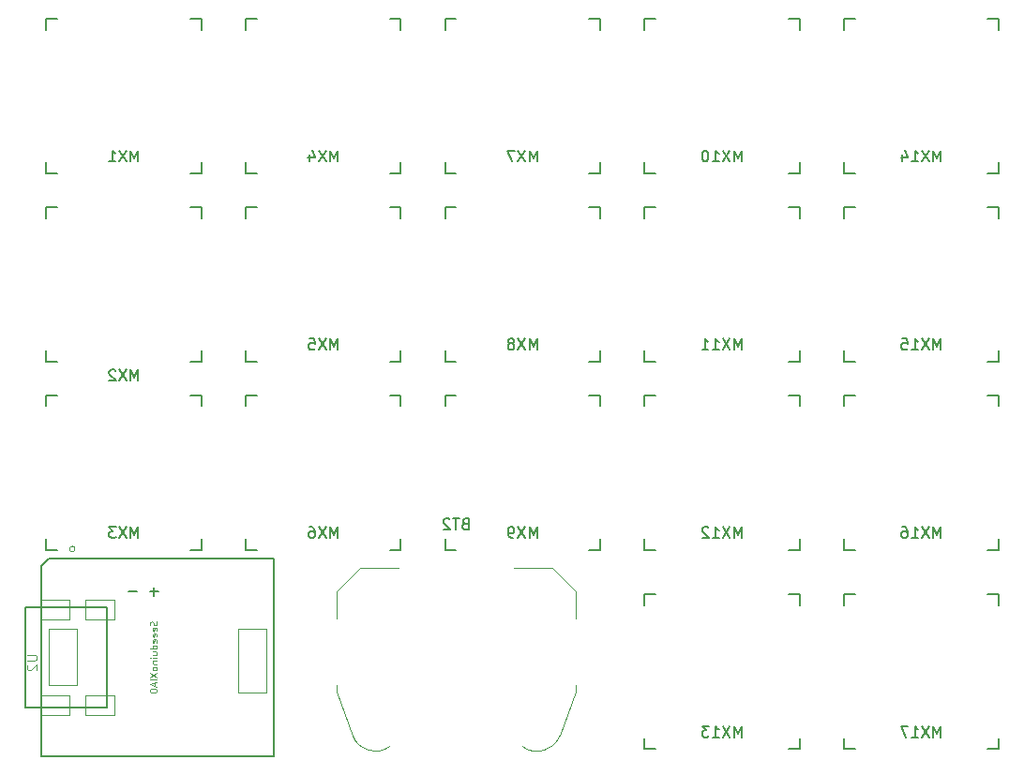
<source format=gbo>
%TF.GenerationSoftware,KiCad,Pcbnew,(5.1.12)-1*%
%TF.CreationDate,2021-12-05T03:49:59-08:00*%
%TF.ProjectId,orthodox_v3,6f727468-6f64-46f7-985f-76332e6b6963,rev?*%
%TF.SameCoordinates,Original*%
%TF.FileFunction,Legend,Bot*%
%TF.FilePolarity,Positive*%
%FSLAX46Y46*%
G04 Gerber Fmt 4.6, Leading zero omitted, Abs format (unit mm)*
G04 Created by KiCad (PCBNEW (5.1.12)-1) date 2021-12-05 03:49:59*
%MOMM*%
%LPD*%
G01*
G04 APERTURE LIST*
%ADD10C,0.150000*%
%ADD11C,0.100000*%
%ADD12C,0.127000*%
%ADD13C,0.066040*%
%ADD14C,0.120000*%
%ADD15C,0.200000*%
%ADD16C,0.101600*%
%ADD17C,0.076200*%
G04 APERTURE END LIST*
D10*
%TO.C,MX6*%
X47000000Y-75000000D02*
X47000000Y-74000000D01*
X48000000Y-75000000D02*
X47000000Y-75000000D01*
X47000000Y-61000000D02*
X48000000Y-61000000D01*
X47000000Y-62000000D02*
X47000000Y-61000000D01*
X61000000Y-61000000D02*
X61000000Y-62000000D01*
X60000000Y-61000000D02*
X61000000Y-61000000D01*
X61000000Y-75000000D02*
X60000000Y-75000000D01*
X61000000Y-74000000D02*
X61000000Y-75000000D01*
%TO.C,MX1*%
X43000000Y-40000000D02*
X43000000Y-41000000D01*
X43000000Y-41000000D02*
X42000000Y-41000000D01*
X42000000Y-27000000D02*
X43000000Y-27000000D01*
X43000000Y-27000000D02*
X43000000Y-28000000D01*
X29000000Y-28000000D02*
X29000000Y-27000000D01*
X29000000Y-27000000D02*
X30000000Y-27000000D01*
X30000000Y-41000000D02*
X29000000Y-41000000D01*
X29000000Y-41000000D02*
X29000000Y-40000000D01*
%TO.C,MX3*%
X29000000Y-75000000D02*
X29000000Y-74000000D01*
X30000000Y-75000000D02*
X29000000Y-75000000D01*
X29000000Y-61000000D02*
X30000000Y-61000000D01*
X29000000Y-62000000D02*
X29000000Y-61000000D01*
X43000000Y-61000000D02*
X43000000Y-62000000D01*
X42000000Y-61000000D02*
X43000000Y-61000000D01*
X43000000Y-75000000D02*
X42000000Y-75000000D01*
X43000000Y-74000000D02*
X43000000Y-75000000D01*
%TO.C,MX4*%
X47000000Y-41000000D02*
X47000000Y-40000000D01*
X48000000Y-41000000D02*
X47000000Y-41000000D01*
X47000000Y-27000000D02*
X48000000Y-27000000D01*
X47000000Y-28000000D02*
X47000000Y-27000000D01*
X61000000Y-27000000D02*
X61000000Y-28000000D01*
X60000000Y-27000000D02*
X61000000Y-27000000D01*
X61000000Y-41000000D02*
X60000000Y-41000000D01*
X61000000Y-40000000D02*
X61000000Y-41000000D01*
%TO.C,MX5*%
X61000000Y-57000000D02*
X61000000Y-58000000D01*
X61000000Y-58000000D02*
X60000000Y-58000000D01*
X60000000Y-44000000D02*
X61000000Y-44000000D01*
X61000000Y-44000000D02*
X61000000Y-45000000D01*
X47000000Y-45000000D02*
X47000000Y-44000000D01*
X47000000Y-44000000D02*
X48000000Y-44000000D01*
X48000000Y-58000000D02*
X47000000Y-58000000D01*
X47000000Y-58000000D02*
X47000000Y-57000000D01*
%TO.C,MX7*%
X65000000Y-41000000D02*
X65000000Y-40000000D01*
X66000000Y-41000000D02*
X65000000Y-41000000D01*
X65000000Y-27000000D02*
X66000000Y-27000000D01*
X65000000Y-28000000D02*
X65000000Y-27000000D01*
X79000000Y-27000000D02*
X79000000Y-28000000D01*
X78000000Y-27000000D02*
X79000000Y-27000000D01*
X79000000Y-41000000D02*
X78000000Y-41000000D01*
X79000000Y-40000000D02*
X79000000Y-41000000D01*
%TO.C,MX8*%
X65000000Y-58000000D02*
X65000000Y-57000000D01*
X66000000Y-58000000D02*
X65000000Y-58000000D01*
X65000000Y-44000000D02*
X66000000Y-44000000D01*
X65000000Y-45000000D02*
X65000000Y-44000000D01*
X79000000Y-44000000D02*
X79000000Y-45000000D01*
X78000000Y-44000000D02*
X79000000Y-44000000D01*
X79000000Y-58000000D02*
X78000000Y-58000000D01*
X79000000Y-57000000D02*
X79000000Y-58000000D01*
%TO.C,MX9*%
X65000000Y-75000000D02*
X65000000Y-74000000D01*
X66000000Y-75000000D02*
X65000000Y-75000000D01*
X65000000Y-61000000D02*
X66000000Y-61000000D01*
X65000000Y-62000000D02*
X65000000Y-61000000D01*
X79000000Y-61000000D02*
X79000000Y-62000000D01*
X78000000Y-61000000D02*
X79000000Y-61000000D01*
X79000000Y-75000000D02*
X78000000Y-75000000D01*
X79000000Y-74000000D02*
X79000000Y-75000000D01*
%TO.C,MX10*%
X83000000Y-41000000D02*
X83000000Y-40000000D01*
X84000000Y-41000000D02*
X83000000Y-41000000D01*
X83000000Y-27000000D02*
X84000000Y-27000000D01*
X83000000Y-28000000D02*
X83000000Y-27000000D01*
X97000000Y-27000000D02*
X97000000Y-28000000D01*
X96000000Y-27000000D02*
X97000000Y-27000000D01*
X97000000Y-41000000D02*
X96000000Y-41000000D01*
X97000000Y-40000000D02*
X97000000Y-41000000D01*
%TO.C,MX11*%
X97000000Y-57000000D02*
X97000000Y-58000000D01*
X97000000Y-58000000D02*
X96000000Y-58000000D01*
X96000000Y-44000000D02*
X97000000Y-44000000D01*
X97000000Y-44000000D02*
X97000000Y-45000000D01*
X83000000Y-45000000D02*
X83000000Y-44000000D01*
X83000000Y-44000000D02*
X84000000Y-44000000D01*
X84000000Y-58000000D02*
X83000000Y-58000000D01*
X83000000Y-58000000D02*
X83000000Y-57000000D01*
%TO.C,MX12*%
X83000000Y-75000000D02*
X83000000Y-74000000D01*
X84000000Y-75000000D02*
X83000000Y-75000000D01*
X83000000Y-61000000D02*
X84000000Y-61000000D01*
X83000000Y-62000000D02*
X83000000Y-61000000D01*
X97000000Y-61000000D02*
X97000000Y-62000000D01*
X96000000Y-61000000D02*
X97000000Y-61000000D01*
X97000000Y-75000000D02*
X96000000Y-75000000D01*
X97000000Y-74000000D02*
X97000000Y-75000000D01*
%TO.C,MX13*%
X97000000Y-92000000D02*
X97000000Y-93000000D01*
X97000000Y-93000000D02*
X96000000Y-93000000D01*
X96000000Y-79000000D02*
X97000000Y-79000000D01*
X97000000Y-79000000D02*
X97000000Y-80000000D01*
X83000000Y-80000000D02*
X83000000Y-79000000D01*
X83000000Y-79000000D02*
X84000000Y-79000000D01*
X84000000Y-93000000D02*
X83000000Y-93000000D01*
X83000000Y-93000000D02*
X83000000Y-92000000D01*
%TO.C,MX14*%
X115000000Y-40000000D02*
X115000000Y-41000000D01*
X115000000Y-41000000D02*
X114000000Y-41000000D01*
X114000000Y-27000000D02*
X115000000Y-27000000D01*
X115000000Y-27000000D02*
X115000000Y-28000000D01*
X101000000Y-28000000D02*
X101000000Y-27000000D01*
X101000000Y-27000000D02*
X102000000Y-27000000D01*
X102000000Y-41000000D02*
X101000000Y-41000000D01*
X101000000Y-41000000D02*
X101000000Y-40000000D01*
%TO.C,MX15*%
X101000000Y-58000000D02*
X101000000Y-57000000D01*
X102000000Y-58000000D02*
X101000000Y-58000000D01*
X101000000Y-44000000D02*
X102000000Y-44000000D01*
X101000000Y-45000000D02*
X101000000Y-44000000D01*
X115000000Y-44000000D02*
X115000000Y-45000000D01*
X114000000Y-44000000D02*
X115000000Y-44000000D01*
X115000000Y-58000000D02*
X114000000Y-58000000D01*
X115000000Y-57000000D02*
X115000000Y-58000000D01*
%TO.C,MX16*%
X115000000Y-74000000D02*
X115000000Y-75000000D01*
X115000000Y-75000000D02*
X114000000Y-75000000D01*
X114000000Y-61000000D02*
X115000000Y-61000000D01*
X115000000Y-61000000D02*
X115000000Y-62000000D01*
X101000000Y-62000000D02*
X101000000Y-61000000D01*
X101000000Y-61000000D02*
X102000000Y-61000000D01*
X102000000Y-75000000D02*
X101000000Y-75000000D01*
X101000000Y-75000000D02*
X101000000Y-74000000D01*
%TO.C,MX17*%
X101000000Y-93000000D02*
X101000000Y-92000000D01*
X102000000Y-93000000D02*
X101000000Y-93000000D01*
X101000000Y-79000000D02*
X102000000Y-79000000D01*
X101000000Y-80000000D02*
X101000000Y-79000000D01*
X115000000Y-79000000D02*
X115000000Y-80000000D01*
X114000000Y-79000000D02*
X115000000Y-79000000D01*
X115000000Y-93000000D02*
X114000000Y-93000000D01*
X115000000Y-92000000D02*
X115000000Y-93000000D01*
D11*
%TO.C,U2*%
X31593000Y-74911000D02*
G75*
G03*
X31593000Y-74911000I-254000J0D01*
G01*
D12*
X34430180Y-80194200D02*
X27076880Y-80194200D01*
X34430180Y-89193420D02*
X34430180Y-80194200D01*
X27076880Y-89193420D02*
X34430180Y-89193420D01*
X27076880Y-80199280D02*
X27076880Y-89193420D01*
X29172380Y-75800000D02*
X49500000Y-75800000D01*
X28501820Y-76470560D02*
X29172380Y-75800000D01*
X28501820Y-93597780D02*
X28501820Y-76470560D01*
X49500000Y-93597780D02*
X28501820Y-93597780D01*
X49500000Y-75800000D02*
X49500000Y-93597780D01*
D13*
X31085000Y-88119000D02*
X28418000Y-88119000D01*
X28418000Y-88119000D02*
X28418000Y-89897000D01*
X31085000Y-89897000D02*
X28418000Y-89897000D01*
X31085000Y-88119000D02*
X31085000Y-89897000D01*
X35151540Y-88119000D02*
X32482000Y-88119000D01*
X32482000Y-88119000D02*
X32482000Y-89897000D01*
X35151540Y-89897000D02*
X32482000Y-89897000D01*
X35151540Y-88119000D02*
X35151540Y-89897000D01*
X35151540Y-79483000D02*
X32482000Y-79483000D01*
X32482000Y-79483000D02*
X32482000Y-81261000D01*
X35151540Y-81261000D02*
X32482000Y-81261000D01*
X35151540Y-79483000D02*
X35151540Y-81261000D01*
X31085000Y-79483000D02*
X28418000Y-79483000D01*
X28418000Y-79483000D02*
X28418000Y-81261000D01*
X31085000Y-81261000D02*
X28418000Y-81261000D01*
X31085000Y-79483000D02*
X31085000Y-81261000D01*
X48865000Y-82150000D02*
X46325000Y-82150000D01*
X46325000Y-82150000D02*
X46325000Y-87865000D01*
X48865000Y-87865000D02*
X46325000Y-87865000D01*
X48865000Y-82150000D02*
X48865000Y-87865000D01*
X31720000Y-82150000D02*
X29180000Y-82150000D01*
X29180000Y-82150000D02*
X29180000Y-87230000D01*
X31720000Y-87230000D02*
X29180000Y-87230000D01*
X31720000Y-82150000D02*
X31720000Y-87230000D01*
D10*
%TO.C,MX2*%
X43000000Y-57000000D02*
X43000000Y-58000000D01*
X43000000Y-58000000D02*
X42000000Y-58000000D01*
X42000000Y-44000000D02*
X43000000Y-44000000D01*
X43000000Y-44000000D02*
X43000000Y-45000000D01*
X29000000Y-45000000D02*
X29000000Y-44000000D01*
X29000000Y-44000000D02*
X30000000Y-44000000D01*
X30000000Y-58000000D02*
X29000000Y-58000000D01*
X29000000Y-58000000D02*
X29000000Y-57000000D01*
D14*
%TO.C,BT2*%
X56674756Y-91788169D02*
G75*
G03*
X60000000Y-92750000I2015244J738169D01*
G01*
X72003354Y-92766530D02*
G75*
G03*
X75340000Y-91780000I1306646J1716530D01*
G01*
X57300000Y-76660000D02*
X60800000Y-76660000D01*
X55220000Y-87200000D02*
X55220000Y-87830000D01*
X55220000Y-78740000D02*
X55220000Y-81200000D01*
X76780000Y-87200000D02*
X76780000Y-87830000D01*
X76780000Y-78740000D02*
X76780000Y-81200000D01*
X55220000Y-87830000D02*
X56660000Y-91780000D01*
X57300000Y-76660000D02*
X55220000Y-78740000D01*
X71200000Y-76660000D02*
X74700000Y-76660000D01*
X74700000Y-76660000D02*
X76780000Y-78740000D01*
X76780000Y-87830000D02*
X75340000Y-91780000D01*
%TO.C,BAT+*%
D15*
X39080952Y-78771428D02*
X38319047Y-78771428D01*
X38700000Y-79152380D02*
X38700000Y-78390476D01*
%TO.C,BAT-*%
X37180952Y-78771428D02*
X36419047Y-78771428D01*
%TO.C,MX6*%
D10*
X55285714Y-73907380D02*
X55285714Y-72907380D01*
X54952380Y-73621666D01*
X54619047Y-72907380D01*
X54619047Y-73907380D01*
X54238095Y-72907380D02*
X53571428Y-73907380D01*
X53571428Y-72907380D02*
X54238095Y-73907380D01*
X52761904Y-72907380D02*
X52952380Y-72907380D01*
X53047619Y-72955000D01*
X53095238Y-73002619D01*
X53190476Y-73145476D01*
X53238095Y-73335952D01*
X53238095Y-73716904D01*
X53190476Y-73812142D01*
X53142857Y-73859761D01*
X53047619Y-73907380D01*
X52857142Y-73907380D01*
X52761904Y-73859761D01*
X52714285Y-73812142D01*
X52666666Y-73716904D01*
X52666666Y-73478809D01*
X52714285Y-73383571D01*
X52761904Y-73335952D01*
X52857142Y-73288333D01*
X53047619Y-73288333D01*
X53142857Y-73335952D01*
X53190476Y-73383571D01*
X53238095Y-73478809D01*
%TO.C,MX1*%
X37285714Y-39907380D02*
X37285714Y-38907380D01*
X36952380Y-39621666D01*
X36619047Y-38907380D01*
X36619047Y-39907380D01*
X36238095Y-38907380D02*
X35571428Y-39907380D01*
X35571428Y-38907380D02*
X36238095Y-39907380D01*
X34666666Y-39907380D02*
X35238095Y-39907380D01*
X34952380Y-39907380D02*
X34952380Y-38907380D01*
X35047619Y-39050238D01*
X35142857Y-39145476D01*
X35238095Y-39193095D01*
%TO.C,MX3*%
X37285714Y-73907380D02*
X37285714Y-72907380D01*
X36952380Y-73621666D01*
X36619047Y-72907380D01*
X36619047Y-73907380D01*
X36238095Y-72907380D02*
X35571428Y-73907380D01*
X35571428Y-72907380D02*
X36238095Y-73907380D01*
X35285714Y-72907380D02*
X34666666Y-72907380D01*
X35000000Y-73288333D01*
X34857142Y-73288333D01*
X34761904Y-73335952D01*
X34714285Y-73383571D01*
X34666666Y-73478809D01*
X34666666Y-73716904D01*
X34714285Y-73812142D01*
X34761904Y-73859761D01*
X34857142Y-73907380D01*
X35142857Y-73907380D01*
X35238095Y-73859761D01*
X35285714Y-73812142D01*
%TO.C,MX4*%
X55285714Y-39907380D02*
X55285714Y-38907380D01*
X54952380Y-39621666D01*
X54619047Y-38907380D01*
X54619047Y-39907380D01*
X54238095Y-38907380D02*
X53571428Y-39907380D01*
X53571428Y-38907380D02*
X54238095Y-39907380D01*
X52761904Y-39240714D02*
X52761904Y-39907380D01*
X53000000Y-38859761D02*
X53238095Y-39574047D01*
X52619047Y-39574047D01*
%TO.C,MX5*%
X55285714Y-56907380D02*
X55285714Y-55907380D01*
X54952380Y-56621666D01*
X54619047Y-55907380D01*
X54619047Y-56907380D01*
X54238095Y-55907380D02*
X53571428Y-56907380D01*
X53571428Y-55907380D02*
X54238095Y-56907380D01*
X52714285Y-55907380D02*
X53190476Y-55907380D01*
X53238095Y-56383571D01*
X53190476Y-56335952D01*
X53095238Y-56288333D01*
X52857142Y-56288333D01*
X52761904Y-56335952D01*
X52714285Y-56383571D01*
X52666666Y-56478809D01*
X52666666Y-56716904D01*
X52714285Y-56812142D01*
X52761904Y-56859761D01*
X52857142Y-56907380D01*
X53095238Y-56907380D01*
X53190476Y-56859761D01*
X53238095Y-56812142D01*
%TO.C,MX7*%
X73285714Y-39907380D02*
X73285714Y-38907380D01*
X72952380Y-39621666D01*
X72619047Y-38907380D01*
X72619047Y-39907380D01*
X72238095Y-38907380D02*
X71571428Y-39907380D01*
X71571428Y-38907380D02*
X72238095Y-39907380D01*
X71285714Y-38907380D02*
X70619047Y-38907380D01*
X71047619Y-39907380D01*
%TO.C,MX8*%
X73285714Y-56907380D02*
X73285714Y-55907380D01*
X72952380Y-56621666D01*
X72619047Y-55907380D01*
X72619047Y-56907380D01*
X72238095Y-55907380D02*
X71571428Y-56907380D01*
X71571428Y-55907380D02*
X72238095Y-56907380D01*
X71047619Y-56335952D02*
X71142857Y-56288333D01*
X71190476Y-56240714D01*
X71238095Y-56145476D01*
X71238095Y-56097857D01*
X71190476Y-56002619D01*
X71142857Y-55955000D01*
X71047619Y-55907380D01*
X70857142Y-55907380D01*
X70761904Y-55955000D01*
X70714285Y-56002619D01*
X70666666Y-56097857D01*
X70666666Y-56145476D01*
X70714285Y-56240714D01*
X70761904Y-56288333D01*
X70857142Y-56335952D01*
X71047619Y-56335952D01*
X71142857Y-56383571D01*
X71190476Y-56431190D01*
X71238095Y-56526428D01*
X71238095Y-56716904D01*
X71190476Y-56812142D01*
X71142857Y-56859761D01*
X71047619Y-56907380D01*
X70857142Y-56907380D01*
X70761904Y-56859761D01*
X70714285Y-56812142D01*
X70666666Y-56716904D01*
X70666666Y-56526428D01*
X70714285Y-56431190D01*
X70761904Y-56383571D01*
X70857142Y-56335952D01*
%TO.C,MX9*%
X73285714Y-73907380D02*
X73285714Y-72907380D01*
X72952380Y-73621666D01*
X72619047Y-72907380D01*
X72619047Y-73907380D01*
X72238095Y-72907380D02*
X71571428Y-73907380D01*
X71571428Y-72907380D02*
X72238095Y-73907380D01*
X71142857Y-73907380D02*
X70952380Y-73907380D01*
X70857142Y-73859761D01*
X70809523Y-73812142D01*
X70714285Y-73669285D01*
X70666666Y-73478809D01*
X70666666Y-73097857D01*
X70714285Y-73002619D01*
X70761904Y-72955000D01*
X70857142Y-72907380D01*
X71047619Y-72907380D01*
X71142857Y-72955000D01*
X71190476Y-73002619D01*
X71238095Y-73097857D01*
X71238095Y-73335952D01*
X71190476Y-73431190D01*
X71142857Y-73478809D01*
X71047619Y-73526428D01*
X70857142Y-73526428D01*
X70761904Y-73478809D01*
X70714285Y-73431190D01*
X70666666Y-73335952D01*
%TO.C,MX10*%
X91761904Y-39907380D02*
X91761904Y-38907380D01*
X91428571Y-39621666D01*
X91095238Y-38907380D01*
X91095238Y-39907380D01*
X90714285Y-38907380D02*
X90047619Y-39907380D01*
X90047619Y-38907380D02*
X90714285Y-39907380D01*
X89142857Y-39907380D02*
X89714285Y-39907380D01*
X89428571Y-39907380D02*
X89428571Y-38907380D01*
X89523809Y-39050238D01*
X89619047Y-39145476D01*
X89714285Y-39193095D01*
X88523809Y-38907380D02*
X88428571Y-38907380D01*
X88333333Y-38955000D01*
X88285714Y-39002619D01*
X88238095Y-39097857D01*
X88190476Y-39288333D01*
X88190476Y-39526428D01*
X88238095Y-39716904D01*
X88285714Y-39812142D01*
X88333333Y-39859761D01*
X88428571Y-39907380D01*
X88523809Y-39907380D01*
X88619047Y-39859761D01*
X88666666Y-39812142D01*
X88714285Y-39716904D01*
X88761904Y-39526428D01*
X88761904Y-39288333D01*
X88714285Y-39097857D01*
X88666666Y-39002619D01*
X88619047Y-38955000D01*
X88523809Y-38907380D01*
%TO.C,MX11*%
X91761904Y-56907380D02*
X91761904Y-55907380D01*
X91428571Y-56621666D01*
X91095238Y-55907380D01*
X91095238Y-56907380D01*
X90714285Y-55907380D02*
X90047619Y-56907380D01*
X90047619Y-55907380D02*
X90714285Y-56907380D01*
X89142857Y-56907380D02*
X89714285Y-56907380D01*
X89428571Y-56907380D02*
X89428571Y-55907380D01*
X89523809Y-56050238D01*
X89619047Y-56145476D01*
X89714285Y-56193095D01*
X88190476Y-56907380D02*
X88761904Y-56907380D01*
X88476190Y-56907380D02*
X88476190Y-55907380D01*
X88571428Y-56050238D01*
X88666666Y-56145476D01*
X88761904Y-56193095D01*
%TO.C,MX12*%
X91761904Y-73907380D02*
X91761904Y-72907380D01*
X91428571Y-73621666D01*
X91095238Y-72907380D01*
X91095238Y-73907380D01*
X90714285Y-72907380D02*
X90047619Y-73907380D01*
X90047619Y-72907380D02*
X90714285Y-73907380D01*
X89142857Y-73907380D02*
X89714285Y-73907380D01*
X89428571Y-73907380D02*
X89428571Y-72907380D01*
X89523809Y-73050238D01*
X89619047Y-73145476D01*
X89714285Y-73193095D01*
X88761904Y-73002619D02*
X88714285Y-72955000D01*
X88619047Y-72907380D01*
X88380952Y-72907380D01*
X88285714Y-72955000D01*
X88238095Y-73002619D01*
X88190476Y-73097857D01*
X88190476Y-73193095D01*
X88238095Y-73335952D01*
X88809523Y-73907380D01*
X88190476Y-73907380D01*
%TO.C,MX13*%
X91761904Y-91907380D02*
X91761904Y-90907380D01*
X91428571Y-91621666D01*
X91095238Y-90907380D01*
X91095238Y-91907380D01*
X90714285Y-90907380D02*
X90047619Y-91907380D01*
X90047619Y-90907380D02*
X90714285Y-91907380D01*
X89142857Y-91907380D02*
X89714285Y-91907380D01*
X89428571Y-91907380D02*
X89428571Y-90907380D01*
X89523809Y-91050238D01*
X89619047Y-91145476D01*
X89714285Y-91193095D01*
X88809523Y-90907380D02*
X88190476Y-90907380D01*
X88523809Y-91288333D01*
X88380952Y-91288333D01*
X88285714Y-91335952D01*
X88238095Y-91383571D01*
X88190476Y-91478809D01*
X88190476Y-91716904D01*
X88238095Y-91812142D01*
X88285714Y-91859761D01*
X88380952Y-91907380D01*
X88666666Y-91907380D01*
X88761904Y-91859761D01*
X88809523Y-91812142D01*
%TO.C,MX14*%
X109761904Y-39907380D02*
X109761904Y-38907380D01*
X109428571Y-39621666D01*
X109095238Y-38907380D01*
X109095238Y-39907380D01*
X108714285Y-38907380D02*
X108047619Y-39907380D01*
X108047619Y-38907380D02*
X108714285Y-39907380D01*
X107142857Y-39907380D02*
X107714285Y-39907380D01*
X107428571Y-39907380D02*
X107428571Y-38907380D01*
X107523809Y-39050238D01*
X107619047Y-39145476D01*
X107714285Y-39193095D01*
X106285714Y-39240714D02*
X106285714Y-39907380D01*
X106523809Y-38859761D02*
X106761904Y-39574047D01*
X106142857Y-39574047D01*
%TO.C,MX15*%
X109761904Y-56907380D02*
X109761904Y-55907380D01*
X109428571Y-56621666D01*
X109095238Y-55907380D01*
X109095238Y-56907380D01*
X108714285Y-55907380D02*
X108047619Y-56907380D01*
X108047619Y-55907380D02*
X108714285Y-56907380D01*
X107142857Y-56907380D02*
X107714285Y-56907380D01*
X107428571Y-56907380D02*
X107428571Y-55907380D01*
X107523809Y-56050238D01*
X107619047Y-56145476D01*
X107714285Y-56193095D01*
X106238095Y-55907380D02*
X106714285Y-55907380D01*
X106761904Y-56383571D01*
X106714285Y-56335952D01*
X106619047Y-56288333D01*
X106380952Y-56288333D01*
X106285714Y-56335952D01*
X106238095Y-56383571D01*
X106190476Y-56478809D01*
X106190476Y-56716904D01*
X106238095Y-56812142D01*
X106285714Y-56859761D01*
X106380952Y-56907380D01*
X106619047Y-56907380D01*
X106714285Y-56859761D01*
X106761904Y-56812142D01*
%TO.C,MX16*%
X109761904Y-73907380D02*
X109761904Y-72907380D01*
X109428571Y-73621666D01*
X109095238Y-72907380D01*
X109095238Y-73907380D01*
X108714285Y-72907380D02*
X108047619Y-73907380D01*
X108047619Y-72907380D02*
X108714285Y-73907380D01*
X107142857Y-73907380D02*
X107714285Y-73907380D01*
X107428571Y-73907380D02*
X107428571Y-72907380D01*
X107523809Y-73050238D01*
X107619047Y-73145476D01*
X107714285Y-73193095D01*
X106285714Y-72907380D02*
X106476190Y-72907380D01*
X106571428Y-72955000D01*
X106619047Y-73002619D01*
X106714285Y-73145476D01*
X106761904Y-73335952D01*
X106761904Y-73716904D01*
X106714285Y-73812142D01*
X106666666Y-73859761D01*
X106571428Y-73907380D01*
X106380952Y-73907380D01*
X106285714Y-73859761D01*
X106238095Y-73812142D01*
X106190476Y-73716904D01*
X106190476Y-73478809D01*
X106238095Y-73383571D01*
X106285714Y-73335952D01*
X106380952Y-73288333D01*
X106571428Y-73288333D01*
X106666666Y-73335952D01*
X106714285Y-73383571D01*
X106761904Y-73478809D01*
%TO.C,MX17*%
X109761904Y-91907380D02*
X109761904Y-90907380D01*
X109428571Y-91621666D01*
X109095238Y-90907380D01*
X109095238Y-91907380D01*
X108714285Y-90907380D02*
X108047619Y-91907380D01*
X108047619Y-90907380D02*
X108714285Y-91907380D01*
X107142857Y-91907380D02*
X107714285Y-91907380D01*
X107428571Y-91907380D02*
X107428571Y-90907380D01*
X107523809Y-91050238D01*
X107619047Y-91145476D01*
X107714285Y-91193095D01*
X106809523Y-90907380D02*
X106142857Y-90907380D01*
X106571428Y-91907380D01*
%TO.C,U2*%
D16*
X27232666Y-84457166D02*
X27952333Y-84457166D01*
X28037000Y-84499500D01*
X28079333Y-84541833D01*
X28121666Y-84626500D01*
X28121666Y-84795833D01*
X28079333Y-84880500D01*
X28037000Y-84922833D01*
X27952333Y-84965166D01*
X27232666Y-84965166D01*
X27317333Y-85346166D02*
X27275000Y-85388500D01*
X27232666Y-85473166D01*
X27232666Y-85684833D01*
X27275000Y-85769500D01*
X27317333Y-85811833D01*
X27402000Y-85854166D01*
X27486666Y-85854166D01*
X27613666Y-85811833D01*
X28121666Y-85303833D01*
X28121666Y-85854166D01*
D17*
X38951742Y-81467828D02*
X38980771Y-81554914D01*
X38980771Y-81700057D01*
X38951742Y-81758114D01*
X38922714Y-81787142D01*
X38864657Y-81816171D01*
X38806600Y-81816171D01*
X38748542Y-81787142D01*
X38719514Y-81758114D01*
X38690485Y-81700057D01*
X38661457Y-81583942D01*
X38632428Y-81525885D01*
X38603400Y-81496857D01*
X38545342Y-81467828D01*
X38487285Y-81467828D01*
X38429228Y-81496857D01*
X38400200Y-81525885D01*
X38371171Y-81583942D01*
X38371171Y-81729085D01*
X38400200Y-81816171D01*
X38951742Y-82309657D02*
X38980771Y-82251600D01*
X38980771Y-82135485D01*
X38951742Y-82077428D01*
X38893685Y-82048400D01*
X38661457Y-82048400D01*
X38603400Y-82077428D01*
X38574371Y-82135485D01*
X38574371Y-82251600D01*
X38603400Y-82309657D01*
X38661457Y-82338685D01*
X38719514Y-82338685D01*
X38777571Y-82048400D01*
X38951742Y-82832171D02*
X38980771Y-82774114D01*
X38980771Y-82658000D01*
X38951742Y-82599942D01*
X38893685Y-82570914D01*
X38661457Y-82570914D01*
X38603400Y-82599942D01*
X38574371Y-82658000D01*
X38574371Y-82774114D01*
X38603400Y-82832171D01*
X38661457Y-82861200D01*
X38719514Y-82861200D01*
X38777571Y-82570914D01*
X38951742Y-83354685D02*
X38980771Y-83296628D01*
X38980771Y-83180514D01*
X38951742Y-83122457D01*
X38893685Y-83093428D01*
X38661457Y-83093428D01*
X38603400Y-83122457D01*
X38574371Y-83180514D01*
X38574371Y-83296628D01*
X38603400Y-83354685D01*
X38661457Y-83383714D01*
X38719514Y-83383714D01*
X38777571Y-83093428D01*
X38980771Y-83906228D02*
X38371171Y-83906228D01*
X38951742Y-83906228D02*
X38980771Y-83848171D01*
X38980771Y-83732057D01*
X38951742Y-83674000D01*
X38922714Y-83644971D01*
X38864657Y-83615942D01*
X38690485Y-83615942D01*
X38632428Y-83644971D01*
X38603400Y-83674000D01*
X38574371Y-83732057D01*
X38574371Y-83848171D01*
X38603400Y-83906228D01*
X38574371Y-84457771D02*
X38980771Y-84457771D01*
X38574371Y-84196514D02*
X38893685Y-84196514D01*
X38951742Y-84225542D01*
X38980771Y-84283600D01*
X38980771Y-84370685D01*
X38951742Y-84428742D01*
X38922714Y-84457771D01*
X38980771Y-84748057D02*
X38574371Y-84748057D01*
X38371171Y-84748057D02*
X38400200Y-84719028D01*
X38429228Y-84748057D01*
X38400200Y-84777085D01*
X38371171Y-84748057D01*
X38429228Y-84748057D01*
X38574371Y-85038342D02*
X38980771Y-85038342D01*
X38632428Y-85038342D02*
X38603400Y-85067371D01*
X38574371Y-85125428D01*
X38574371Y-85212514D01*
X38603400Y-85270571D01*
X38661457Y-85299600D01*
X38980771Y-85299600D01*
X38980771Y-85676971D02*
X38951742Y-85618914D01*
X38922714Y-85589885D01*
X38864657Y-85560857D01*
X38690485Y-85560857D01*
X38632428Y-85589885D01*
X38603400Y-85618914D01*
X38574371Y-85676971D01*
X38574371Y-85764057D01*
X38603400Y-85822114D01*
X38632428Y-85851142D01*
X38690485Y-85880171D01*
X38864657Y-85880171D01*
X38922714Y-85851142D01*
X38951742Y-85822114D01*
X38980771Y-85764057D01*
X38980771Y-85676971D01*
X38371171Y-86083371D02*
X38980771Y-86489771D01*
X38371171Y-86489771D02*
X38980771Y-86083371D01*
X38980771Y-86722000D02*
X38371171Y-86722000D01*
X38806600Y-86983257D02*
X38806600Y-87273542D01*
X38980771Y-86925200D02*
X38371171Y-87128400D01*
X38980771Y-87331600D01*
X38371171Y-87650914D02*
X38371171Y-87767028D01*
X38400200Y-87825085D01*
X38458257Y-87883142D01*
X38574371Y-87912171D01*
X38777571Y-87912171D01*
X38893685Y-87883142D01*
X38951742Y-87825085D01*
X38980771Y-87767028D01*
X38980771Y-87650914D01*
X38951742Y-87592857D01*
X38893685Y-87534800D01*
X38777571Y-87505771D01*
X38574371Y-87505771D01*
X38458257Y-87534800D01*
X38400200Y-87592857D01*
X38371171Y-87650914D01*
%TO.C,MX2*%
D10*
X37285714Y-59707380D02*
X37285714Y-58707380D01*
X36952380Y-59421666D01*
X36619047Y-58707380D01*
X36619047Y-59707380D01*
X36238095Y-58707380D02*
X35571428Y-59707380D01*
X35571428Y-58707380D02*
X36238095Y-59707380D01*
X35238095Y-58802619D02*
X35190476Y-58755000D01*
X35095238Y-58707380D01*
X34857142Y-58707380D01*
X34761904Y-58755000D01*
X34714285Y-58802619D01*
X34666666Y-58897857D01*
X34666666Y-58993095D01*
X34714285Y-59135952D01*
X35285714Y-59707380D01*
X34666666Y-59707380D01*
%TO.C,BT2*%
X66785714Y-72628571D02*
X66642857Y-72676190D01*
X66595238Y-72723809D01*
X66547619Y-72819047D01*
X66547619Y-72961904D01*
X66595238Y-73057142D01*
X66642857Y-73104761D01*
X66738095Y-73152380D01*
X67119047Y-73152380D01*
X67119047Y-72152380D01*
X66785714Y-72152380D01*
X66690476Y-72200000D01*
X66642857Y-72247619D01*
X66595238Y-72342857D01*
X66595238Y-72438095D01*
X66642857Y-72533333D01*
X66690476Y-72580952D01*
X66785714Y-72628571D01*
X67119047Y-72628571D01*
X66261904Y-72152380D02*
X65690476Y-72152380D01*
X65976190Y-73152380D02*
X65976190Y-72152380D01*
X65404761Y-72247619D02*
X65357142Y-72200000D01*
X65261904Y-72152380D01*
X65023809Y-72152380D01*
X64928571Y-72200000D01*
X64880952Y-72247619D01*
X64833333Y-72342857D01*
X64833333Y-72438095D01*
X64880952Y-72580952D01*
X65452380Y-73152380D01*
X64833333Y-73152380D01*
%TD*%
M02*

</source>
